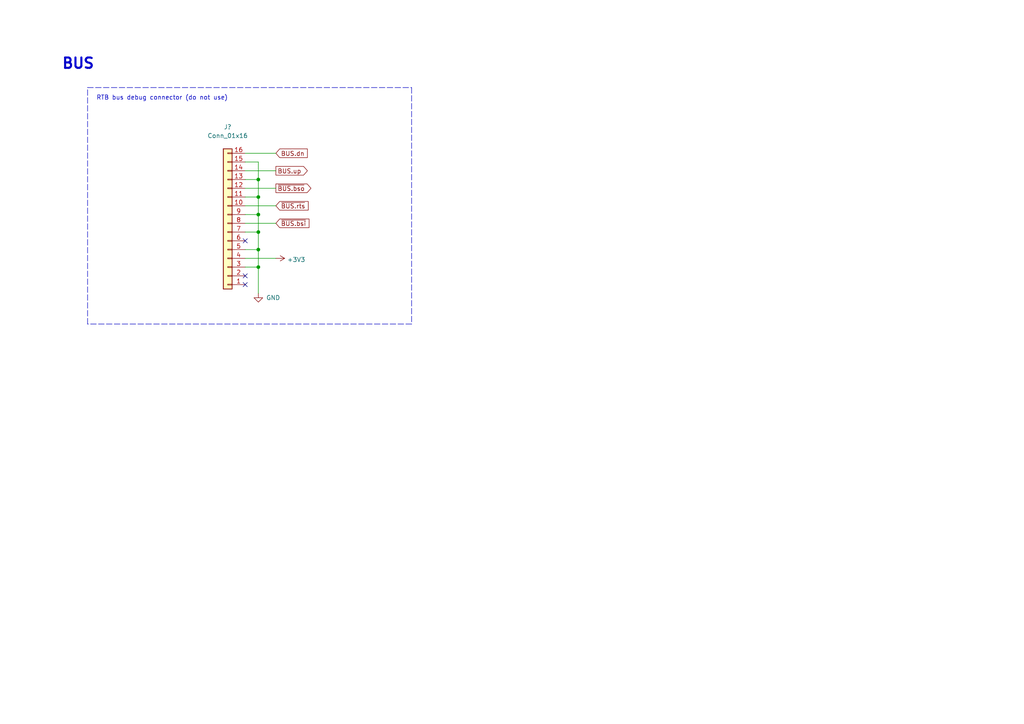
<source format=kicad_sch>
(kicad_sch (version 20250114) (generator "eeschema") (generator_version "9.0")
  (paper "A4")
  (title_block (title "RTB P15 Module") (date "2025-09-04") (rev "2") (company "Frank Schumacher") (comment 1 "Base board") (comment 4 "Licensed under the Apache License, Version 2"))
  (lib_symbols
    (symbol "Connector_Generic:Conn_01x16" (pin_names (offset 1.016) (hide yes))
      (property "Reference" "J" (at 0 20.32 0))
      (property "Value" "Conn_01x16" (at 0 -22.86 0))
      (symbol "Conn_01x16_1_1"
        (rectangle (start -1.27 19.05) (end 1.27 -21.59) (stroke (width 0.254)) (fill (type background)))
        (rectangle (start -1.27 17.907) (end 0 17.653) (stroke (width 0.1524)))
        (rectangle (start -1.27 15.367) (end 0 15.113) (stroke (width 0.1524)))
        (rectangle (start -1.27 12.827) (end 0 12.573) (stroke (width 0.1524)))
        (rectangle (start -1.27 10.287) (end 0 10.033) (stroke (width 0.1524)))
        (rectangle (start -1.27 7.747) (end 0 7.493) (stroke (width 0.1524)))
        (rectangle (start -1.27 5.207) (end 0 4.953) (stroke (width 0.1524)))
        (rectangle (start -1.27 2.667) (end 0 2.413) (stroke (width 0.1524)))
        (rectangle (start -1.27 0.127) (end 0 -0.127) (stroke (width 0.1524)))
        (rectangle (start -1.27 -2.413) (end 0 -2.667) (stroke (width 0.1524)))
        (rectangle (start -1.27 -4.953) (end 0 -5.207) (stroke (width 0.1524)))
        (rectangle (start -1.27 -7.493) (end 0 -7.747) (stroke (width 0.1524)))
        (rectangle (start -1.27 -10.033) (end 0 -10.287) (stroke (width 0.1524)))
        (rectangle (start -1.27 -12.573) (end 0 -12.827) (stroke (width 0.1524)))
        (rectangle (start -1.27 -15.113) (end 0 -15.367) (stroke (width 0.1524)))
        (rectangle (start -1.27 -17.653) (end 0 -17.907) (stroke (width 0.1524)))
        (rectangle (start -1.27 -20.193) (end 0 -20.447) (stroke (width 0.1524)))
        (pin passive line (at -5.08 17.78 0) (length 3.81) (name "Pin_1") (number "1"))
        (pin passive line (at -5.08 15.24 0) (length 3.81) (name "Pin_2") (number "2"))
        (pin passive line (at -5.08 12.7 0) (length 3.81) (name "Pin_3") (number "3"))
        (pin passive line (at -5.08 10.16 0) (length 3.81) (name "Pin_4") (number "4"))
        (pin passive line (at -5.08 7.62 0) (length 3.81) (name "Pin_5") (number "5"))
        (pin passive line (at -5.08 5.08 0) (length 3.81) (name "Pin_6") (number "6"))
        (pin passive line (at -5.08 2.54 0) (length 3.81) (name "Pin_7") (number "7"))
        (pin passive line (at -5.08 0 0) (length 3.81) (name "Pin_8") (number "8"))
        (pin passive line (at -5.08 -2.54 0) (length 3.81) (name "Pin_9") (number "9"))
        (pin passive line (at -5.08 -5.08 0) (length 3.81) (name "Pin_10") (number "10"))
        (pin passive line (at -5.08 -7.62 0) (length 3.81) (name "Pin_11") (number "11"))
        (pin passive line (at -5.08 -10.16 0) (length 3.81) (name "Pin_12") (number "12"))
        (pin passive line (at -5.08 -12.7 0) (length 3.81) (name "Pin_13") (number "13"))
        (pin passive line (at -5.08 -15.24 0) (length 3.81) (name "Pin_14") (number "14"))
        (pin passive line (at -5.08 -17.78 0) (length 3.81) (name "Pin_15") (number "15"))
        (pin passive line (at -5.08 -20.32 0) (length 3.81) (name "Pin_16") (number "16"))
      )
    )
    (symbol "power:+3V3" (power) (pin_numbers (hide yes)) (pin_names (offset 0) (hide yes))
      (property "Value" "+3V3" (at 0 3.556 0))
      (symbol "+3V3_0_1"
        (polyline (pts (xy -0.762 1.27) (xy 0 2.54)))
        (polyline (pts (xy 0 2.54) (xy 0.762 1.27)))
        (polyline (pts (xy 0 0) (xy 0 2.54)))
      )
      (symbol "+3V3_1_1"
        (pin power_in line (at 0 0 90) (length 0) (name "~") (number "1"))
      )
    )
    (symbol "power:GND" (power) (pin_numbers (hide yes)) (pin_names (offset 0) (hide yes))
      (property "Value" "GND" (at 0 -3.81 0))
      (symbol "GND_0_1"
        (polyline (pts (xy 0 0) (xy 0 -1.27) (xy 1.27 -1.27) (xy 0 -2.54) (xy -1.27 -1.27) (xy 0 -1.27)))
      )
      (symbol "GND_1_1"
        (pin power_in line (at 0 0 270) (length 0) (name "~") (number "1"))
      )
    )
  )
  (text "RTB bus debug connector (do not use)" (at 27.94 29.21 0) (effects (font (size 1.27 1.27)) (justify left bottom)))
  (text "BUS" (at 17.78 20.32 0) (effects (font (size 2.9972 2.9972) (thickness 0.5994) (bold yes)) (justify left bottom)))
  (junction (at 74.93 67.31))
  (junction (at 74.93 62.23))
  (junction (at 74.93 77.47))
  (junction (at 74.93 52.07))
  (junction (at 74.93 57.15))
  (junction (at 74.93 72.39))
  (no_connect (at 71.12 69.85))
  (no_connect (at 71.12 80.01))
  (no_connect (at 71.12 82.55))
  (wire (pts (xy 74.93 52.07) (xy 74.93 57.15)))
  (wire (pts (xy 71.12 54.61) (xy 80.01 54.61)))
  (wire (pts (xy 71.12 77.47) (xy 74.93 77.47)))
  (wire (pts (xy 71.12 67.31) (xy 74.93 67.31)))
  (polyline (pts (xy 25.4 25.4) (xy 119.38 25.4)) (stroke (width 0) (type dash)))
  (wire (pts (xy 71.12 44.45) (xy 80.01 44.45)))
  (wire (pts (xy 74.93 72.39) (xy 74.93 77.47)))
  (wire (pts (xy 71.12 72.39) (xy 74.93 72.39)))
  (wire (pts (xy 71.12 57.15) (xy 74.93 57.15)))
  (wire (pts (xy 71.12 74.93) (xy 80.01 74.93)))
  (polyline (pts (xy 119.38 93.98) (xy 25.4 93.98)) (stroke (width 0) (type dash)))
  (wire (pts (xy 74.93 67.31) (xy 74.93 72.39)))
  (polyline (pts (xy 119.38 25.4) (xy 119.38 93.98)) (stroke (width 0) (type dash)))
  (wire (pts (xy 74.93 57.15) (xy 74.93 62.23)))
  (polyline (pts (xy 25.4 93.98) (xy 25.4 25.4)) (stroke (width 0) (type dash)))
  (wire (pts (xy 71.12 49.53) (xy 80.01 49.53)))
  (wire (pts (xy 71.12 59.69) (xy 80.01 59.69)))
  (wire (pts (xy 74.93 62.23) (xy 74.93 67.31)))
  (wire (pts (xy 74.93 77.47) (xy 74.93 85.09)))
  (wire (pts (xy 71.12 52.07) (xy 74.93 52.07)))
  (wire (pts (xy 71.12 62.23) (xy 74.93 62.23)))
  (wire (pts (xy 71.12 64.77) (xy 80.01 64.77)))
  (wire (pts (xy 71.12 46.99) (xy 74.93 46.99)))
  (wire (pts (xy 74.93 46.99) (xy 74.93 52.07)))
  (global_label "~{BUS.rts}" (shape input) (at 80.01 59.69 0) (property "Intersheetrefs" "${INTERSHEET_REFS}" (effects (hide yes))))
  (global_label "BUS.up" (shape output) (at 80.01 49.53 0) (property "Intersheetrefs" "${INTERSHEET_REFS}" (effects (hide yes))))
  (global_label "~{BUS.bso}" (shape output) (at 80.01 54.61 0) (property "Intersheetrefs" "${INTERSHEET_REFS}" (effects (hide yes))))
  (global_label "~{BUS.bsi}" (shape input) (at 80.01 64.77 0) (property "Intersheetrefs" "${INTERSHEET_REFS}" (effects (hide yes))))
  (global_label "BUS.dn" (shape input) (at 80.01 44.45 0) (property "Intersheetrefs" "${INTERSHEET_REFS}" (effects (hide yes))))
  (symbol (lib_id "power:+3V3") (at 80.01 74.93 270) (unit 1)
    (property "Reference" "#PWR0147" (effects (hide yes)))
    (property "Value" "+3V3" (at 83.2612 75.311 90) (effects (justify left)))
  )
  (symbol (lib_id "Connector_Generic:Conn_01x16") (at 66.04 64.77 180) (unit 1)
    (property "Reference" "J21" (at 66.04 36.83 0))
    (property "Value" "Conn_01x16" (at 66.04 39.37 0))
    (property "Footprint" "Connector_PinHeader_2.54mm:PinHeader_2x08_P2.54mm_Vertical" (effects (hide yes)))
    (instances (project "" (path "" (reference "J?") (unit 1)) (path "" (reference "J21") (unit 1))))
  )
  (symbol (lib_id "power:GND") (at 74.93 85.09 0) (unit 1)
    (property "Reference" "#PWR09" (effects (hide yes)))
    (property "Value" "GND" (at 81.28 86.36 0) (effects (justify right)))
    (instances (project "" (path "" (reference "#PWR?") (unit 1)) (path "" (reference "#PWR09") (unit 1))))
  )
)
</source>
